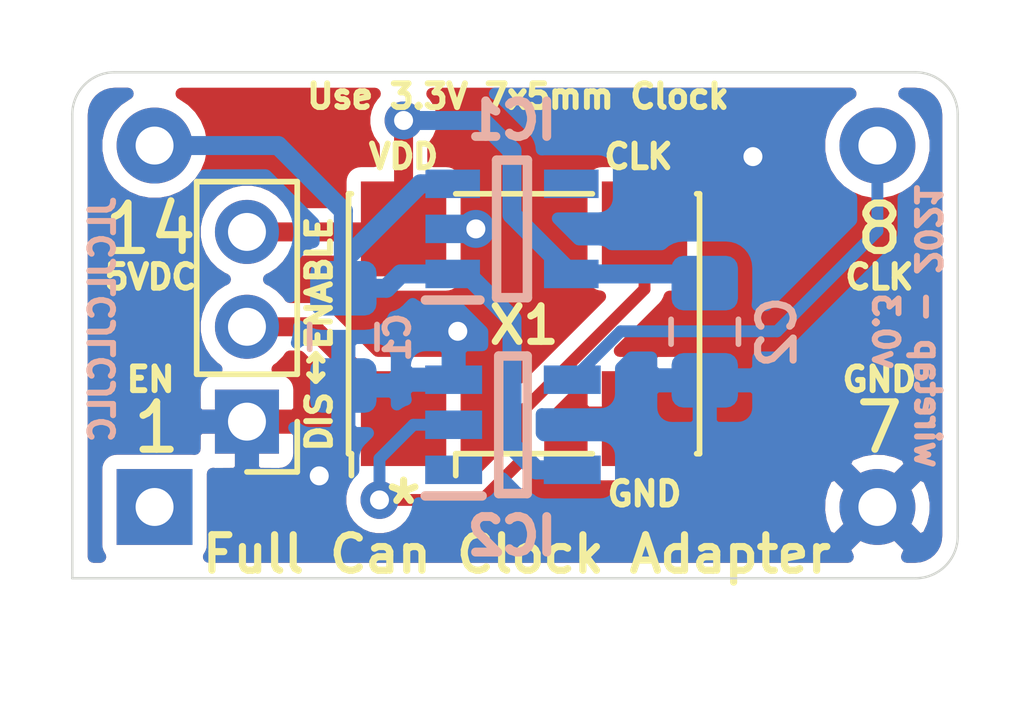
<source format=kicad_pcb>
(kicad_pcb (version 20171130) (host pcbnew "(5.1.6)-1")

  (general
    (thickness 1.6)
    (drawings 27)
    (tracks 45)
    (zones 0)
    (modules 7)
    (nets 10)
  )

  (page A4)
  (layers
    (0 F.Cu signal)
    (31 B.Cu signal)
    (32 B.Adhes user)
    (33 F.Adhes user)
    (34 B.Paste user)
    (35 F.Paste user)
    (36 B.SilkS user)
    (37 F.SilkS user)
    (38 B.Mask user)
    (39 F.Mask user)
    (40 Dwgs.User user)
    (41 Cmts.User user)
    (42 Eco1.User user)
    (43 Eco2.User user)
    (44 Edge.Cuts user)
    (45 Margin user)
    (46 B.CrtYd user)
    (47 F.CrtYd user)
    (48 B.Fab user)
    (49 F.Fab user)
  )

  (setup
    (last_trace_width 0.4)
    (user_trace_width 0.4)
    (trace_clearance 0.2)
    (zone_clearance 0.508)
    (zone_45_only no)
    (trace_min 0.2)
    (via_size 0.8)
    (via_drill 0.4)
    (via_min_size 0.4)
    (via_min_drill 0.3)
    (uvia_size 0.3)
    (uvia_drill 0.1)
    (uvias_allowed no)
    (uvia_min_size 0.2)
    (uvia_min_drill 0.1)
    (edge_width 0.05)
    (segment_width 0.2)
    (pcb_text_width 0.3)
    (pcb_text_size 1.5 1.5)
    (mod_edge_width 0.12)
    (mod_text_size 1 1)
    (mod_text_width 0.15)
    (pad_size 1.524 1.524)
    (pad_drill 0.762)
    (pad_to_mask_clearance 0.05)
    (aux_axis_origin 0 0)
    (visible_elements 7FFFFFFF)
    (pcbplotparams
      (layerselection 0x010fc_ffffffff)
      (usegerberextensions false)
      (usegerberattributes true)
      (usegerberadvancedattributes true)
      (creategerberjobfile true)
      (excludeedgelayer true)
      (linewidth 0.100000)
      (plotframeref false)
      (viasonmask false)
      (mode 1)
      (useauxorigin false)
      (hpglpennumber 1)
      (hpglpenspeed 20)
      (hpglpendiameter 15.000000)
      (psnegative false)
      (psa4output false)
      (plotreference true)
      (plotvalue true)
      (plotinvisibletext false)
      (padsonsilk false)
      (subtractmaskfromsilk false)
      (outputformat 1)
      (mirror false)
      (drillshape 0)
      (scaleselection 1)
      (outputdirectory "//192.168.1.100/Personal/Charlie/~Retro/~PCB's and Kits/Full Can Clock to SMD/full-can-to-smd/gerbers/"))
  )

  (net 0 "")
  (net 1 /5VDC)
  (net 2 GND)
  (net 3 /3.3VDC)
  (net 4 /EN)
  (net 5 "Net-(IC1-Pad4)")
  (net 6 "Net-(IC2-Pad1)")
  (net 7 /3VCLK)
  (net 8 /5VCLK)
  (net 9 "Net-(J1-Pad2)")

  (net_class Default "This is the default net class."
    (clearance 0.2)
    (trace_width 0.25)
    (via_dia 0.8)
    (via_drill 0.4)
    (uvia_dia 0.3)
    (uvia_drill 0.1)
    (add_net /3.3VDC)
    (add_net /3VCLK)
    (add_net /5VCLK)
    (add_net /5VDC)
    (add_net /EN)
    (add_net GND)
    (add_net "Net-(IC1-Pad4)")
    (add_net "Net-(IC2-Pad1)")
    (add_net "Net-(J1-Pad2)")
  )

  (module Oscillator:Oscillator_DIP-14 (layer F.Cu) (tedit 61238987) (tstamp 610AD01C)
    (at 142.197001 81.936001)
    (descr "Oscillator, DIP14, http://cdn-reichelt.de/documents/datenblatt/B400/OSZI.pdf")
    (tags oscillator)
    (path /610A8CF9)
    (fp_text reference X0 (at 7.62 -11.26) (layer F.SilkS) hide
      (effects (font (size 1 1) (thickness 0.15)))
    )
    (fp_text value CXO_DIP14 (at 7.62 3.74) (layer F.Fab)
      (effects (font (size 1 1) (thickness 0.15)))
    )
    (fp_line (start 18.22 2.79) (end 18.22 -10.41) (layer F.CrtYd) (width 0.05))
    (fp_line (start 18.22 -10.41) (end -2.98 -10.41) (layer F.CrtYd) (width 0.05))
    (fp_line (start -2.98 -10.41) (end -2.98 2.79) (layer F.CrtYd) (width 0.05))
    (fp_line (start -2.98 2.79) (end 18.22 2.79) (layer F.CrtYd) (width 0.05))
    (fp_line (start 16.97 1.19) (end 16.97 -8.81) (layer F.Fab) (width 0.1))
    (fp_line (start -1.38 -9.16) (end 16.62 -9.16) (layer F.Fab) (width 0.1))
    (fp_line (start -1.73 1.54) (end -1.73 -8.81) (layer F.Fab) (width 0.1))
    (fp_line (start -1.73 1.54) (end 16.62 1.54) (layer F.Fab) (width 0.1))
    (fp_line (start -2.73 2.54) (end 17.32 2.54) (layer F.Fab) (width 0.1))
    (fp_line (start 17.97 -9.51) (end 17.97 1.89) (layer F.Fab) (width 0.1))
    (fp_line (start -2.08 -10.16) (end 17.32 -10.16) (layer F.Fab) (width 0.1))
    (fp_line (start -2.73 2.54) (end -2.73 -9.51) (layer F.Fab) (width 0.1))
    (fp_text user %R (at 7.62 -3.81) (layer F.Fab)
      (effects (font (size 1 1) (thickness 0.15)))
    )
    (fp_arc (start 16.62 1.19) (end 16.97 1.19) (angle 90) (layer F.Fab) (width 0.1))
    (fp_arc (start 16.62 -8.81) (end 16.62 -9.16) (angle 90) (layer F.Fab) (width 0.1))
    (fp_arc (start -1.38 -8.81) (end -1.73 -8.81) (angle 90) (layer F.Fab) (width 0.1))
    (fp_arc (start 17.32 1.89) (end 17.97 1.89) (angle 90) (layer F.Fab) (width 0.1))
    (fp_arc (start 17.32 -9.51) (end 17.32 -10.16) (angle 90) (layer F.Fab) (width 0.1))
    (fp_arc (start -2.08 -9.51) (end -2.73 -9.51) (angle 90) (layer F.Fab) (width 0.1))
    (pad 1 thru_hole rect (at 0 0) (size 1.6 1.6) (drill 0.8) (layers *.Cu *.Mask)
      (net 4 /EN))
    (pad 14 thru_hole circle (at 0 -7.62) (size 1.6 1.6) (drill 0.8) (layers *.Cu *.Mask)
      (net 1 /5VDC))
    (pad 8 thru_hole circle (at 15.24 -7.62) (size 1.6 1.6) (drill 0.8) (layers *.Cu *.Mask)
      (net 8 /5VCLK))
    (pad 7 thru_hole circle (at 15.24 0) (size 1.6 1.6) (drill 0.8) (layers *.Cu *.Mask)
      (net 2 GND))
  )

  (module Capacitor_SMD:C_0805_2012Metric_Pad1.15x1.40mm_HandSolder (layer B.Cu) (tedit 5B36C52B) (tstamp 610ACFD2)
    (at 146.177 78.35 270)
    (descr "Capacitor SMD 0805 (2012 Metric), square (rectangular) end terminal, IPC_7351 nominal with elongated pad for handsoldering. (Body size source: https://docs.google.com/spreadsheets/d/1BsfQQcO9C6DZCsRaXUlFlo91Tg2WpOkGARC1WS5S8t0/edit?usp=sharing), generated with kicad-footprint-generator")
    (tags "capacitor handsolder")
    (path /610B68CA)
    (attr smd)
    (fp_text reference C1 (at 0.009 -1.143 270) (layer B.SilkS)
      (effects (font (size 0.5 0.5) (thickness 0.125)) (justify mirror))
    )
    (fp_text value 1uF (at 0 -1.65 270) (layer B.Fab)
      (effects (font (size 1 1) (thickness 0.15)) (justify mirror))
    )
    (fp_line (start -1 -0.6) (end -1 0.6) (layer B.Fab) (width 0.1))
    (fp_line (start -1 0.6) (end 1 0.6) (layer B.Fab) (width 0.1))
    (fp_line (start 1 0.6) (end 1 -0.6) (layer B.Fab) (width 0.1))
    (fp_line (start 1 -0.6) (end -1 -0.6) (layer B.Fab) (width 0.1))
    (fp_line (start -0.261252 0.71) (end 0.261252 0.71) (layer B.SilkS) (width 0.12))
    (fp_line (start -0.261252 -0.71) (end 0.261252 -0.71) (layer B.SilkS) (width 0.12))
    (fp_line (start -1.85 -0.95) (end -1.85 0.95) (layer B.CrtYd) (width 0.05))
    (fp_line (start -1.85 0.95) (end 1.85 0.95) (layer B.CrtYd) (width 0.05))
    (fp_line (start 1.85 0.95) (end 1.85 -0.95) (layer B.CrtYd) (width 0.05))
    (fp_line (start 1.85 -0.95) (end -1.85 -0.95) (layer B.CrtYd) (width 0.05))
    (fp_text user %R (at 0 0 270) (layer B.Fab)
      (effects (font (size 0.5 0.5) (thickness 0.08)) (justify mirror))
    )
    (pad 1 smd roundrect (at -1.025 0 270) (size 1.15 1.4) (layers B.Cu B.Paste B.Mask) (roundrect_rratio 0.217391)
      (net 1 /5VDC))
    (pad 2 smd roundrect (at 1.025 0 270) (size 1.15 1.4) (layers B.Cu B.Paste B.Mask) (roundrect_rratio 0.217391)
      (net 2 GND))
    (model ${KISYS3DMOD}/Capacitor_SMD.3dshapes/C_0805_2012Metric.wrl
      (at (xyz 0 0 0))
      (scale (xyz 1 1 1))
      (rotate (xyz 0 0 0))
    )
  )

  (module Capacitor_SMD:C_0805_2012Metric_Pad1.15x1.40mm_HandSolder (layer B.Cu) (tedit 5B36C52B) (tstamp 610ACFE3)
    (at 153.797 78.241 270)
    (descr "Capacitor SMD 0805 (2012 Metric), square (rectangular) end terminal, IPC_7351 nominal with elongated pad for handsoldering. (Body size source: https://docs.google.com/spreadsheets/d/1BsfQQcO9C6DZCsRaXUlFlo91Tg2WpOkGARC1WS5S8t0/edit?usp=sharing), generated with kicad-footprint-generator")
    (tags "capacitor handsolder")
    (path /610B6FD3)
    (attr smd)
    (fp_text reference C2 (at 0.009 -1.524 270) (layer B.SilkS)
      (effects (font (size 0.75 0.75) (thickness 0.15)) (justify mirror))
    )
    (fp_text value 1uF (at 0 -1.65 270) (layer B.Fab)
      (effects (font (size 1 1) (thickness 0.15)) (justify mirror))
    )
    (fp_line (start 1.85 -0.95) (end -1.85 -0.95) (layer B.CrtYd) (width 0.05))
    (fp_line (start 1.85 0.95) (end 1.85 -0.95) (layer B.CrtYd) (width 0.05))
    (fp_line (start -1.85 0.95) (end 1.85 0.95) (layer B.CrtYd) (width 0.05))
    (fp_line (start -1.85 -0.95) (end -1.85 0.95) (layer B.CrtYd) (width 0.05))
    (fp_line (start -0.261252 -0.71) (end 0.261252 -0.71) (layer B.SilkS) (width 0.12))
    (fp_line (start -0.261252 0.71) (end 0.261252 0.71) (layer B.SilkS) (width 0.12))
    (fp_line (start 1 -0.6) (end -1 -0.6) (layer B.Fab) (width 0.1))
    (fp_line (start 1 0.6) (end 1 -0.6) (layer B.Fab) (width 0.1))
    (fp_line (start -1 0.6) (end 1 0.6) (layer B.Fab) (width 0.1))
    (fp_line (start -1 -0.6) (end -1 0.6) (layer B.Fab) (width 0.1))
    (fp_text user %R (at 0 0 270) (layer B.Fab)
      (effects (font (size 0.5 0.5) (thickness 0.08)) (justify mirror))
    )
    (pad 2 smd roundrect (at 1.025 0 270) (size 1.15 1.4) (layers B.Cu B.Paste B.Mask) (roundrect_rratio 0.217391)
      (net 2 GND))
    (pad 1 smd roundrect (at -1.025 0 270) (size 1.15 1.4) (layers B.Cu B.Paste B.Mask) (roundrect_rratio 0.217391)
      (net 3 /3.3VDC))
    (model ${KISYS3DMOD}/Capacitor_SMD.3dshapes/C_0805_2012Metric.wrl
      (at (xyz 0 0 0))
      (scale (xyz 1 1 1))
      (rotate (xyz 0 0 0))
    )
  )

  (module Oscillator:Oscillator_SMD_Abracon_ASV-4Pin_7.0x5.1mm (layer F.Cu) (tedit 58CD3344) (tstamp 610AD040)
    (at 149.987 78.073)
    (descr "Miniature Crystal Clock Oscillator Abracon ASV series, http://www.abracon.com/Oscillators/ASV.pdf, 7.0x5.1mm^2 package")
    (tags "SMD SMT crystal oscillator")
    (path /610AC7B7)
    (attr smd)
    (fp_text reference X1 (at 0 0.032) (layer F.SilkS)
      (effects (font (size 0.75 0.75) (thickness 0.15)))
    )
    (fp_text value ASCO (at 0 4) (layer F.Fab)
      (effects (font (size 1 1) (thickness 0.15)))
    )
    (fp_line (start -3.4 -2.54) (end 3.4 -2.54) (layer F.Fab) (width 0.1))
    (fp_line (start 3.4 -2.54) (end 3.5 -2.44) (layer F.Fab) (width 0.1))
    (fp_line (start 3.5 -2.44) (end 3.5 2.44) (layer F.Fab) (width 0.1))
    (fp_line (start 3.5 2.44) (end 3.4 2.54) (layer F.Fab) (width 0.1))
    (fp_line (start 3.4 2.54) (end -3.4 2.54) (layer F.Fab) (width 0.1))
    (fp_line (start -3.4 2.54) (end -3.5 2.44) (layer F.Fab) (width 0.1))
    (fp_line (start -3.5 2.44) (end -3.5 -2.44) (layer F.Fab) (width 0.1))
    (fp_line (start -3.5 -2.44) (end -3.4 -2.54) (layer F.Fab) (width 0.1))
    (fp_line (start -3.5 1.54) (end -2.5 2.54) (layer F.Fab) (width 0.1))
    (fp_line (start 3.64 -2.74) (end 3.7 -2.74) (layer F.SilkS) (width 0.12))
    (fp_line (start 3.7 -2.74) (end 3.7 2.74) (layer F.SilkS) (width 0.12))
    (fp_line (start 3.7 2.74) (end 3.64 2.74) (layer F.SilkS) (width 0.12))
    (fp_line (start -1.44 -2.74) (end 1.44 -2.74) (layer F.SilkS) (width 0.12))
    (fp_line (start -3.64 3.2) (end -3.64 2.74) (layer F.SilkS) (width 0.12))
    (fp_line (start -3.64 2.74) (end -3.7 2.74) (layer F.SilkS) (width 0.12))
    (fp_line (start -3.7 2.74) (end -3.7 -2.74) (layer F.SilkS) (width 0.12))
    (fp_line (start -3.7 -2.74) (end -3.64 -2.74) (layer F.SilkS) (width 0.12))
    (fp_line (start 1.44 2.74) (end -1.44 2.74) (layer F.SilkS) (width 0.12))
    (fp_line (start -1.44 2.74) (end -1.44 3.2) (layer F.SilkS) (width 0.12))
    (fp_line (start -3.8 -3.3) (end -3.8 3.3) (layer F.CrtYd) (width 0.05))
    (fp_line (start -3.8 3.3) (end 3.8 3.3) (layer F.CrtYd) (width 0.05))
    (fp_line (start 3.8 3.3) (end 3.8 -3.3) (layer F.CrtYd) (width 0.05))
    (fp_line (start 3.8 -3.3) (end -3.8 -3.3) (layer F.CrtYd) (width 0.05))
    (fp_circle (center 0 0) (end 1 0) (layer F.Adhes) (width 0.1))
    (fp_circle (center 0 0) (end 0.833333 0) (layer F.Adhes) (width 0.333333))
    (fp_circle (center 0 0) (end 0.533333 0) (layer F.Adhes) (width 0.333333))
    (fp_circle (center 0 0) (end 0.233333 0) (layer F.Adhes) (width 0.466667))
    (fp_text user %R (at 0 0) (layer F.Fab)
      (effects (font (size 1 1) (thickness 0.15)))
    )
    (pad 1 smd rect (at -2.54 2) (size 1.8 2) (layers F.Cu F.Paste F.Mask)
      (net 9 "Net-(J1-Pad2)"))
    (pad 2 smd rect (at 2.54 2) (size 1.8 2) (layers F.Cu F.Paste F.Mask)
      (net 2 GND))
    (pad 3 smd rect (at 2.54 -2) (size 1.8 2) (layers F.Cu F.Paste F.Mask)
      (net 7 /3VCLK))
    (pad 4 smd rect (at -2.54 -2) (size 1.8 2) (layers F.Cu F.Paste F.Mask)
      (net 3 /3.3VDC))
    (model ${KISYS3DMOD}/Oscillator.3dshapes/Oscillator_SMD_Abracon_ASV-4Pin_7.0x5.1mm.wrl
      (at (xyz 0 0 0))
      (scale (xyz 1 1 1))
      (rotate (xyz 0 0 0))
    )
  )

  (module SOT95P280X100-5N (layer B.Cu) (tedit 0) (tstamp 610AD5F5)
    (at 149.733 76.073)
    (descr "5 Lead Plastic TSOT")
    (tags "Integrated Circuit")
    (path /610CC7CC)
    (attr smd)
    (fp_text reference IC1 (at 0 -2.286) (layer B.SilkS)
      (effects (font (size 0.75 0.75) (thickness 0.1875)) (justify mirror))
    )
    (fp_text value ADP1710AUJZ-3.3-R7 (at 0 0) (layer B.SilkS) hide
      (effects (font (size 1.27 1.27) (thickness 0.254)) (justify mirror))
    )
    (fp_line (start -1.825 1.5) (end -0.675 1.5) (layer B.SilkS) (width 0.2))
    (fp_line (start -0.325 -1.45) (end -0.325 1.45) (layer B.SilkS) (width 0.2))
    (fp_line (start 0.325 -1.45) (end -0.325 -1.45) (layer B.SilkS) (width 0.2))
    (fp_line (start 0.325 1.45) (end 0.325 -1.45) (layer B.SilkS) (width 0.2))
    (fp_line (start -0.325 1.45) (end 0.325 1.45) (layer B.SilkS) (width 0.2))
    (fp_line (start -0.8 0.5) (end 0.15 1.45) (layer B.Fab) (width 0.1))
    (fp_line (start -0.8 -1.45) (end -0.8 1.45) (layer B.Fab) (width 0.1))
    (fp_line (start 0.8 -1.45) (end -0.8 -1.45) (layer B.Fab) (width 0.1))
    (fp_line (start 0.8 1.45) (end 0.8 -1.45) (layer B.Fab) (width 0.1))
    (fp_line (start -0.8 1.45) (end 0.8 1.45) (layer B.Fab) (width 0.1))
    (fp_line (start -2.075 -1.7) (end -2.075 1.7) (layer B.CrtYd) (width 0.05))
    (fp_line (start 2.075 -1.7) (end -2.075 -1.7) (layer B.CrtYd) (width 0.05))
    (fp_line (start 2.075 1.7) (end 2.075 -1.7) (layer B.CrtYd) (width 0.05))
    (fp_line (start -2.075 1.7) (end 2.075 1.7) (layer B.CrtYd) (width 0.05))
    (fp_text user %R (at 0 0) (layer B.Fab)
      (effects (font (size 1.27 1.27) (thickness 0.254)) (justify mirror))
    )
    (pad 1 smd rect (at -1.25 0.95 270) (size 0.6 1.15) (layers B.Cu B.Paste B.Mask)
      (net 1 /5VDC))
    (pad 2 smd rect (at -1.25 0 270) (size 0.6 1.15) (layers B.Cu B.Paste B.Mask)
      (net 2 GND))
    (pad 3 smd rect (at -1.25 -0.95 270) (size 0.6 1.15) (layers B.Cu B.Paste B.Mask)
      (net 1 /5VDC))
    (pad 4 smd rect (at 1.25 -0.95 270) (size 0.6 1.15) (layers B.Cu B.Paste B.Mask)
      (net 5 "Net-(IC1-Pad4)"))
    (pad 5 smd rect (at 1.25 0.95 270) (size 0.6 1.15) (layers B.Cu B.Paste B.Mask)
      (net 3 /3.3VDC))
    (model "C:\\Users\\wiretap\\Downloads\\Kicad Library Downloads\\SamacSys_Parts.3dshapes\\ADP1710AUJZ-3.3-R7.stp"
      (at (xyz 0 0 0))
      (scale (xyz 1 1 1))
      (rotate (xyz 0 0 0))
    )
  )

  (module SOT95P280X145-5N (layer B.Cu) (tedit 0) (tstamp 610AD60D)
    (at 149.753 80.203)
    (descr SN74LV1T34DBVRG4-1)
    (tags "Integrated Circuit")
    (path /610BD107)
    (attr smd)
    (fp_text reference IC2 (at -0.02 2.347) (layer B.SilkS)
      (effects (font (size 0.75 0.75) (thickness 0.1875)) (justify mirror))
    )
    (fp_text value SN74LV1T34DBVRG4 (at 0 0) (layer B.SilkS) hide
      (effects (font (size 1.27 1.27) (thickness 0.254)) (justify mirror))
    )
    (fp_line (start -1.85 1.5) (end -0.65 1.5) (layer B.SilkS) (width 0.2))
    (fp_line (start -0.3 -1.45) (end -0.3 1.45) (layer B.SilkS) (width 0.2))
    (fp_line (start 0.3 -1.45) (end -0.3 -1.45) (layer B.SilkS) (width 0.2))
    (fp_line (start 0.3 1.45) (end 0.3 -1.45) (layer B.SilkS) (width 0.2))
    (fp_line (start -0.3 1.45) (end 0.3 1.45) (layer B.SilkS) (width 0.2))
    (fp_line (start -0.8 0.5) (end 0.15 1.45) (layer B.Fab) (width 0.1))
    (fp_line (start -0.8 -1.45) (end -0.8 1.45) (layer B.Fab) (width 0.1))
    (fp_line (start 0.8 -1.45) (end -0.8 -1.45) (layer B.Fab) (width 0.1))
    (fp_line (start 0.8 1.45) (end 0.8 -1.45) (layer B.Fab) (width 0.1))
    (fp_line (start -0.8 1.45) (end 0.8 1.45) (layer B.Fab) (width 0.1))
    (fp_line (start -2.1 -1.775) (end -2.1 1.775) (layer B.CrtYd) (width 0.05))
    (fp_line (start 2.1 -1.775) (end -2.1 -1.775) (layer B.CrtYd) (width 0.05))
    (fp_line (start 2.1 1.775) (end 2.1 -1.775) (layer B.CrtYd) (width 0.05))
    (fp_line (start -2.1 1.775) (end 2.1 1.775) (layer B.CrtYd) (width 0.05))
    (fp_text user %R (at 0 0) (layer B.Fab)
      (effects (font (size 1.27 1.27) (thickness 0.254)) (justify mirror))
    )
    (pad 1 smd rect (at -1.25 0.95 270) (size 0.6 1.2) (layers B.Cu B.Paste B.Mask)
      (net 6 "Net-(IC2-Pad1)"))
    (pad 2 smd rect (at -1.25 0 270) (size 0.6 1.2) (layers B.Cu B.Paste B.Mask)
      (net 7 /3VCLK))
    (pad 3 smd rect (at -1.25 -0.95 270) (size 0.6 1.2) (layers B.Cu B.Paste B.Mask)
      (net 2 GND))
    (pad 4 smd rect (at 1.25 -0.95 270) (size 0.6 1.2) (layers B.Cu B.Paste B.Mask)
      (net 8 /5VCLK))
    (pad 5 smd rect (at 1.25 0.95 270) (size 0.6 1.2) (layers B.Cu B.Paste B.Mask)
      (net 1 /5VDC))
    (model "C:\\Users\\wiretap\\Downloads\\Kicad Library Downloads\\SamacSys_Parts.3dshapes\\SN74LV1T34DBVRG4.stp"
      (at (xyz 0 0 0))
      (scale (xyz 1 1 1))
      (rotate (xyz 0 0 0))
    )
  )

  (module Connector_PinHeader_2.00mm:PinHeader_1x03_P2.00mm_Vertical (layer F.Cu) (tedit 59FED667) (tstamp 61238808)
    (at 144.145 80.137 180)
    (descr "Through hole straight pin header, 1x03, 2.00mm pitch, single row")
    (tags "Through hole pin header THT 1x03 2.00mm single row")
    (path /6123B33B)
    (fp_text reference J1 (at 0 -2.06) (layer F.SilkS) hide
      (effects (font (size 1 1) (thickness 0.15)))
    )
    (fp_text value DISABLE (at 0 6.06) (layer F.Fab)
      (effects (font (size 1 1) (thickness 0.15)))
    )
    (fp_line (start 1.5 -1.5) (end -1.5 -1.5) (layer F.CrtYd) (width 0.05))
    (fp_line (start 1.5 5.5) (end 1.5 -1.5) (layer F.CrtYd) (width 0.05))
    (fp_line (start -1.5 5.5) (end 1.5 5.5) (layer F.CrtYd) (width 0.05))
    (fp_line (start -1.5 -1.5) (end -1.5 5.5) (layer F.CrtYd) (width 0.05))
    (fp_line (start -1.06 -1.06) (end 0 -1.06) (layer F.SilkS) (width 0.12))
    (fp_line (start -1.06 0) (end -1.06 -1.06) (layer F.SilkS) (width 0.12))
    (fp_line (start -1.06 1) (end 1.06 1) (layer F.SilkS) (width 0.12))
    (fp_line (start 1.06 1) (end 1.06 5.06) (layer F.SilkS) (width 0.12))
    (fp_line (start -1.06 1) (end -1.06 5.06) (layer F.SilkS) (width 0.12))
    (fp_line (start -1.06 5.06) (end 1.06 5.06) (layer F.SilkS) (width 0.12))
    (fp_line (start -1 -0.5) (end -0.5 -1) (layer F.Fab) (width 0.1))
    (fp_line (start -1 5) (end -1 -0.5) (layer F.Fab) (width 0.1))
    (fp_line (start 1 5) (end -1 5) (layer F.Fab) (width 0.1))
    (fp_line (start 1 -1) (end 1 5) (layer F.Fab) (width 0.1))
    (fp_line (start -0.5 -1) (end 1 -1) (layer F.Fab) (width 0.1))
    (fp_text user %R (at 0 2 90) (layer F.Fab)
      (effects (font (size 1 1) (thickness 0.15)))
    )
    (pad 1 thru_hole rect (at 0 0 180) (size 1.35 1.35) (drill 0.8) (layers *.Cu *.Mask)
      (net 2 GND))
    (pad 2 thru_hole oval (at 0 2 180) (size 1.35 1.35) (drill 0.8) (layers *.Cu *.Mask)
      (net 9 "Net-(J1-Pad2)"))
    (pad 3 thru_hole oval (at 0 4 180) (size 1.35 1.35) (drill 0.8) (layers *.Cu *.Mask)
      (net 3 /3.3VDC))
    (model ${KISYS3DMOD}/Connector_PinHeader_2.00mm.3dshapes/PinHeader_1x03_P2.00mm_Vertical.wrl
      (at (xyz 0 0 0))
      (scale (xyz 1 1 1))
      (rotate (xyz 0 0 0))
    )
  )

  (gr_text ↔ (at 145.542 78.994 90) (layer F.SilkS)
    (effects (font (size 0.75 0.75) (thickness 0.125)))
  )
  (gr_text DIS (at 145.669 80.137 90) (layer F.SilkS)
    (effects (font (size 0.5 0.5) (thickness 0.125)))
  )
  (gr_text ENABLE (at 145.669 77.216 90) (layer F.SilkS)
    (effects (font (size 0.5 0.5) (thickness 0.125)))
  )
  (gr_text JLCJLCJLCJLC (at 141.097 77.978 90) (layer B.SilkS)
    (effects (font (size 0.5 0.5) (thickness 0.125)) (justify mirror))
  )
  (gr_text v0.3 (at 157.607 78.232 270) (layer B.SilkS)
    (effects (font (size 0.5 0.5) (thickness 0.125)) (justify mirror))
  )
  (gr_text "wiretap - 2021" (at 158.496 78.105 270) (layer B.SilkS)
    (effects (font (size 0.5 0.5) (thickness 0.125)) (justify mirror))
  )
  (gr_text EN (at 142.113 79.248) (layer F.SilkS)
    (effects (font (size 0.5 0.5) (thickness 0.125)))
  )
  (gr_text GND (at 157.48 79.248) (layer F.SilkS)
    (effects (font (size 0.5 0.5) (thickness 0.125)))
  )
  (gr_text CLK (at 157.48 77.089) (layer F.SilkS)
    (effects (font (size 0.5 0.5) (thickness 0.125)))
  )
  (gr_text 5VDC (at 142.113 77.089) (layer F.SilkS)
    (effects (font (size 0.5 0.5) (thickness 0.125)))
  )
  (gr_text "Use 3.3V 7x5mm Clock" (at 149.86 73.279) (layer F.SilkS)
    (effects (font (size 0.5 0.5) (thickness 0.125)))
  )
  (gr_text GND (at 152.527 81.661) (layer F.SilkS)
    (effects (font (size 0.5 0.5) (thickness 0.125)))
  )
  (gr_text CLK (at 152.4 74.549) (layer F.SilkS)
    (effects (font (size 0.5 0.5) (thickness 0.125)))
  )
  (gr_text VDD (at 147.447 74.549) (layer F.SilkS)
    (effects (font (size 0.5 0.5) (thickness 0.125)))
  )
  (gr_text 7 (at 157.48 80.264) (layer F.SilkS)
    (effects (font (size 1 1) (thickness 0.15)))
  )
  (gr_text 8 (at 157.48 76.073) (layer F.SilkS)
    (effects (font (size 1 1) (thickness 0.15)))
  )
  (gr_text 14 (at 142.113 76.073) (layer F.SilkS)
    (effects (font (size 1 1) (thickness 0.15)))
  )
  (gr_text 1 (at 142.24 80.264) (layer F.SilkS)
    (effects (font (size 1 1) (thickness 0.15)))
  )
  (gr_text * (at 147.447 81.915) (layer F.SilkS)
    (effects (font (size 1 1) (thickness 0.15)))
  )
  (gr_text "Full Can Clock Adapter" (at 143.129 82.931) (layer F.SilkS)
    (effects (font (size 0.75 0.75) (thickness 0.15)) (justify left))
  )
  (gr_line (start 140.462 83.439) (end 140.462 73.66) (layer Edge.Cuts) (width 0.05) (tstamp 610ADE7D))
  (gr_line (start 158.242 83.439) (end 140.462 83.439) (layer Edge.Cuts) (width 0.05))
  (gr_line (start 159.131 73.66) (end 159.131 82.55) (layer Edge.Cuts) (width 0.05) (tstamp 610ADE7C))
  (gr_line (start 141.351 72.771) (end 158.242 72.771) (layer Edge.Cuts) (width 0.05) (tstamp 610ADE7B))
  (gr_arc (start 141.351 73.66) (end 141.351 72.771) (angle -90) (layer Edge.Cuts) (width 0.05) (tstamp 610ADE76))
  (gr_arc (start 158.242 73.66) (end 159.131 73.66) (angle -90) (layer Edge.Cuts) (width 0.05) (tstamp 610ADE73))
  (gr_arc (start 158.242 82.55) (end 158.242 83.439) (angle -90) (layer Edge.Cuts) (width 0.05))

  (segment (start 148.483 77.023) (end 148.778 77.023) (width 0.4) (layer B.Cu) (net 1))
  (segment (start 148.778 77.023) (end 149.733 77.978) (width 0.4) (layer B.Cu) (net 1))
  (segment (start 149.733 77.978) (end 149.733 80.645) (width 0.4) (layer B.Cu) (net 1))
  (segment (start 150.241 81.153) (end 151.003 81.153) (width 0.4) (layer B.Cu) (net 1))
  (segment (start 149.733 80.645) (end 150.241 81.153) (width 0.4) (layer B.Cu) (net 1))
  (segment (start 147.804 75.123) (end 148.483 75.123) (width 0.4) (layer B.Cu) (net 1))
  (segment (start 146.177 76.75) (end 147.804 75.123) (width 0.4) (layer B.Cu) (net 1))
  (segment (start 146.177 77.325) (end 146.177 76.75) (width 0.4) (layer B.Cu) (net 1))
  (segment (start 146.177 77.325) (end 147.084 77.325) (width 0.4) (layer B.Cu) (net 1))
  (segment (start 147.386 77.023) (end 148.483 77.023) (width 0.4) (layer B.Cu) (net 1))
  (segment (start 147.084 77.325) (end 147.386 77.023) (width 0.4) (layer B.Cu) (net 1))
  (segment (start 142.197001 74.316001) (end 144.801001 74.316001) (width 0.4) (layer B.Cu) (net 1))
  (segment (start 146.177 75.692) (end 146.177 77.325) (width 0.4) (layer B.Cu) (net 1))
  (segment (start 144.801001 74.316001) (end 146.177 75.692) (width 0.4) (layer B.Cu) (net 1))
  (via (at 148.971 76.073) (size 0.8) (drill 0.4) (layers F.Cu B.Cu) (net 2))
  (via (at 148.59 78.232) (size 0.8) (drill 0.4) (layers F.Cu B.Cu) (net 2))
  (via (at 145.669 81.28) (size 0.8) (drill 0.4) (layers F.Cu B.Cu) (net 2))
  (via (at 154.813 74.549) (size 0.8) (drill 0.4) (layers F.Cu B.Cu) (net 2))
  (segment (start 153.604 77.023) (end 153.797 77.216) (width 0.4) (layer B.Cu) (net 3))
  (segment (start 150.983 77.023) (end 153.604 77.023) (width 0.4) (layer B.Cu) (net 3))
  (segment (start 150.983 77.023) (end 149.733 75.773) (width 0.4) (layer B.Cu) (net 3))
  (segment (start 149.733 75.773) (end 149.733 74.422) (width 0.4) (layer B.Cu) (net 3))
  (segment (start 149.733 74.422) (end 149.098 73.787) (width 0.4) (layer B.Cu) (net 3))
  (segment (start 149.098 73.787) (end 147.447 73.787) (width 0.4) (layer B.Cu) (net 3))
  (segment (start 147.447 73.787) (end 147.447 73.787) (width 0.25) (layer B.Cu) (net 3) (tstamp 610ADC8F))
  (via (at 147.447 73.787) (size 0.8) (drill 0.4) (layers F.Cu B.Cu) (net 3))
  (segment (start 147.447 73.787) (end 147.447 76.073) (width 0.4) (layer F.Cu) (net 3))
  (segment (start 147.383 76.137) (end 147.447 76.073) (width 0.4) (layer F.Cu) (net 3))
  (segment (start 144.145 76.137) (end 147.383 76.137) (width 0.4) (layer F.Cu) (net 3))
  (segment (start 147.653 80.203) (end 146.939 80.917) (width 0.25) (layer B.Cu) (net 7))
  (segment (start 148.503 80.203) (end 147.653 80.203) (width 0.25) (layer B.Cu) (net 7))
  (segment (start 146.939 80.917) (end 146.939 81.788) (width 0.25) (layer B.Cu) (net 7))
  (segment (start 146.939 81.788) (end 146.939 81.788) (width 0.25) (layer B.Cu) (net 7) (tstamp 610ADA31))
  (via (at 146.939 81.788) (size 0.8) (drill 0.4) (layers F.Cu B.Cu) (net 7))
  (segment (start 149.098 81.788) (end 146.939 81.788) (width 0.25) (layer F.Cu) (net 7))
  (segment (start 149.987 80.899) (end 149.098 81.788) (width 0.25) (layer F.Cu) (net 7))
  (segment (start 149.987 79.883) (end 149.987 80.899) (width 0.25) (layer F.Cu) (net 7))
  (segment (start 152.527 76.073) (end 152.527 77.343) (width 0.25) (layer F.Cu) (net 7))
  (segment (start 152.527 77.343) (end 149.987 79.883) (width 0.25) (layer F.Cu) (net 7))
  (segment (start 157.437001 76.115999) (end 157.437001 74.316001) (width 0.25) (layer B.Cu) (net 8))
  (segment (start 155.321 78.232) (end 157.437001 76.115999) (width 0.25) (layer B.Cu) (net 8))
  (segment (start 151.003 79.253) (end 152.024 78.232) (width 0.25) (layer B.Cu) (net 8))
  (segment (start 152.024 78.232) (end 155.321 78.232) (width 0.25) (layer B.Cu) (net 8))
  (segment (start 145.511 78.137) (end 147.447 80.073) (width 0.4) (layer F.Cu) (net 9))
  (segment (start 144.145 78.137) (end 145.511 78.137) (width 0.4) (layer F.Cu) (net 9))

  (zone (net 2) (net_name GND) (layer F.Cu) (tstamp 0) (hatch edge 0.508)
    (connect_pads (clearance 0.3))
    (min_thickness 0.254)
    (fill yes (arc_segments 32) (thermal_gap 0.3) (thermal_bridge_width 0.508))
    (polygon
      (pts
        (xy 160.528 84.836) (xy 138.938 84.836) (xy 138.938 71.247) (xy 160.528 71.247)
      )
    )
    (filled_polygon
      (pts
        (xy 141.615799 73.228648) (xy 141.414834 73.362928) (xy 141.243928 73.533834) (xy 141.109648 73.734799) (xy 141.017154 73.958098)
        (xy 140.970001 74.195152) (xy 140.970001 74.43685) (xy 141.017154 74.673904) (xy 141.109648 74.897203) (xy 141.243928 75.098168)
        (xy 141.414834 75.269074) (xy 141.615799 75.403354) (xy 141.839098 75.495848) (xy 142.076152 75.543001) (xy 142.31785 75.543001)
        (xy 142.554904 75.495848) (xy 142.778203 75.403354) (xy 142.979168 75.269074) (xy 143.150074 75.098168) (xy 143.284354 74.897203)
        (xy 143.376848 74.673904) (xy 143.424001 74.43685) (xy 143.424001 74.195152) (xy 143.376848 73.958098) (xy 143.284354 73.734799)
        (xy 143.150074 73.533834) (xy 142.979168 73.362928) (xy 142.778203 73.228648) (xy 142.764568 73.223) (xy 146.841447 73.223)
        (xy 146.804628 73.259819) (xy 146.714123 73.395269) (xy 146.651782 73.545773) (xy 146.62 73.705548) (xy 146.62 73.868452)
        (xy 146.651782 74.028227) (xy 146.714123 74.178731) (xy 146.804628 74.314181) (xy 146.82 74.329553) (xy 146.82 74.643934)
        (xy 146.547 74.643934) (xy 146.463293 74.652178) (xy 146.382804 74.676595) (xy 146.308624 74.716245) (xy 146.243605 74.769605)
        (xy 146.190245 74.834624) (xy 146.150595 74.908804) (xy 146.126178 74.989293) (xy 146.117934 75.073) (xy 146.117934 75.51)
        (xy 145.051416 75.51) (xy 145.000979 75.434516) (xy 144.847484 75.281021) (xy 144.666993 75.16042) (xy 144.466442 75.077349)
        (xy 144.253538 75.035) (xy 144.036462 75.035) (xy 143.823558 75.077349) (xy 143.623007 75.16042) (xy 143.442516 75.281021)
        (xy 143.289021 75.434516) (xy 143.16842 75.615007) (xy 143.085349 75.815558) (xy 143.043 76.028462) (xy 143.043 76.245538)
        (xy 143.085349 76.458442) (xy 143.16842 76.658993) (xy 143.289021 76.839484) (xy 143.442516 76.992979) (xy 143.623007 77.11358)
        (xy 143.679548 77.137) (xy 143.623007 77.16042) (xy 143.442516 77.281021) (xy 143.289021 77.434516) (xy 143.16842 77.615007)
        (xy 143.085349 77.815558) (xy 143.043 78.028462) (xy 143.043 78.245538) (xy 143.085349 78.458442) (xy 143.16842 78.658993)
        (xy 143.289021 78.839484) (xy 143.442516 78.992979) (xy 143.502541 79.033086) (xy 143.47 79.032934) (xy 143.386293 79.041178)
        (xy 143.305804 79.065595) (xy 143.231624 79.105245) (xy 143.166605 79.158605) (xy 143.113245 79.223624) (xy 143.073595 79.297804)
        (xy 143.049178 79.378293) (xy 143.040934 79.462) (xy 143.043 79.90325) (xy 143.14975 80.01) (xy 144.018 80.01)
        (xy 144.018 79.99) (xy 144.272 79.99) (xy 144.272 80.01) (xy 145.14025 80.01) (xy 145.247 79.90325)
        (xy 145.249066 79.462) (xy 145.240822 79.378293) (xy 145.216405 79.297804) (xy 145.176755 79.223624) (xy 145.123395 79.158605)
        (xy 145.058376 79.105245) (xy 144.984196 79.065595) (xy 144.903707 79.041178) (xy 144.82 79.032934) (xy 144.787459 79.033086)
        (xy 144.847484 78.992979) (xy 145.000979 78.839484) (xy 145.051416 78.764) (xy 145.251289 78.764) (xy 146.117934 79.630646)
        (xy 146.117934 81.073) (xy 146.126178 81.156707) (xy 146.150595 81.237196) (xy 146.190245 81.311376) (xy 146.230264 81.360139)
        (xy 146.206123 81.396269) (xy 146.143782 81.546773) (xy 146.112 81.706548) (xy 146.112 81.869452) (xy 146.143782 82.029227)
        (xy 146.206123 82.179731) (xy 146.296628 82.315181) (xy 146.411819 82.430372) (xy 146.547269 82.520877) (xy 146.697773 82.583218)
        (xy 146.857548 82.615) (xy 147.020452 82.615) (xy 147.180227 82.583218) (xy 147.330731 82.520877) (xy 147.466181 82.430372)
        (xy 147.556553 82.34) (xy 149.070894 82.34) (xy 149.098 82.34267) (xy 149.125106 82.34) (xy 149.125109 82.34)
        (xy 149.206211 82.332012) (xy 149.310263 82.300448) (xy 149.406158 82.249191) (xy 149.490211 82.180211) (xy 149.5075 82.159144)
        (xy 149.651888 82.014756) (xy 156.206582 82.014756) (xy 156.245589 82.253286) (xy 156.330381 82.479623) (xy 156.370191 82.554104)
        (xy 156.555944 82.637453) (xy 157.257396 81.936001) (xy 157.616606 81.936001) (xy 158.318058 82.637453) (xy 158.503811 82.554104)
        (xy 158.603898 82.334102) (xy 158.659142 82.098802) (xy 158.66742 81.857246) (xy 158.628413 81.618716) (xy 158.543621 81.392379)
        (xy 158.503811 81.317898) (xy 158.318058 81.234549) (xy 157.616606 81.936001) (xy 157.257396 81.936001) (xy 156.555944 81.234549)
        (xy 156.370191 81.317898) (xy 156.270104 81.5379) (xy 156.21486 81.7732) (xy 156.206582 82.014756) (xy 149.651888 82.014756)
        (xy 150.358154 81.308492) (xy 150.379211 81.291211) (xy 150.448191 81.207158) (xy 150.499448 81.111263) (xy 150.511055 81.073)
        (xy 151.197934 81.073) (xy 151.206178 81.156707) (xy 151.230595 81.237196) (xy 151.270245 81.311376) (xy 151.323605 81.376395)
        (xy 151.388624 81.429755) (xy 151.462804 81.469405) (xy 151.543293 81.493822) (xy 151.627 81.502066) (xy 152.29325 81.5)
        (xy 152.4 81.39325) (xy 152.4 80.2) (xy 152.654 80.2) (xy 152.654 81.39325) (xy 152.76075 81.5)
        (xy 153.427 81.502066) (xy 153.510707 81.493822) (xy 153.591196 81.469405) (xy 153.665376 81.429755) (xy 153.730395 81.376395)
        (xy 153.783755 81.311376) (xy 153.823405 81.237196) (xy 153.847822 81.156707) (xy 153.856066 81.073) (xy 153.856018 81.054944)
        (xy 156.735549 81.054944) (xy 157.437001 81.756396) (xy 158.138453 81.054944) (xy 158.055104 80.869191) (xy 157.835102 80.769104)
        (xy 157.599802 80.71386) (xy 157.358246 80.705582) (xy 157.119716 80.744589) (xy 156.893379 80.829381) (xy 156.818898 80.869191)
        (xy 156.735549 81.054944) (xy 153.856018 81.054944) (xy 153.854 80.30675) (xy 153.74725 80.2) (xy 152.654 80.2)
        (xy 152.4 80.2) (xy 151.30675 80.2) (xy 151.2 80.30675) (xy 151.197934 81.073) (xy 150.511055 81.073)
        (xy 150.531012 81.007211) (xy 150.539 80.926109) (xy 150.539 80.926106) (xy 150.54167 80.899) (xy 150.539 80.871894)
        (xy 150.539 80.111644) (xy 151.198955 79.45169) (xy 151.2 79.83925) (xy 151.30675 79.946) (xy 152.4 79.946)
        (xy 152.4 78.75275) (xy 152.654 78.75275) (xy 152.654 79.946) (xy 153.74725 79.946) (xy 153.854 79.83925)
        (xy 153.856066 79.073) (xy 153.847822 78.989293) (xy 153.823405 78.908804) (xy 153.783755 78.834624) (xy 153.730395 78.769605)
        (xy 153.665376 78.716245) (xy 153.591196 78.676595) (xy 153.510707 78.652178) (xy 153.427 78.643934) (xy 152.76075 78.646)
        (xy 152.654 78.75275) (xy 152.4 78.75275) (xy 152.29325 78.646) (xy 152.005537 78.645108) (xy 152.898154 77.752492)
        (xy 152.919211 77.735211) (xy 152.988191 77.651158) (xy 153.039448 77.555263) (xy 153.055585 77.502066) (xy 153.427 77.502066)
        (xy 153.510707 77.493822) (xy 153.591196 77.469405) (xy 153.665376 77.429755) (xy 153.730395 77.376395) (xy 153.783755 77.311376)
        (xy 153.823405 77.237196) (xy 153.847822 77.156707) (xy 153.856066 77.073) (xy 153.856066 75.073) (xy 153.847822 74.989293)
        (xy 153.823405 74.908804) (xy 153.783755 74.834624) (xy 153.730395 74.769605) (xy 153.665376 74.716245) (xy 153.591196 74.676595)
        (xy 153.510707 74.652178) (xy 153.427 74.643934) (xy 151.627 74.643934) (xy 151.543293 74.652178) (xy 151.462804 74.676595)
        (xy 151.388624 74.716245) (xy 151.323605 74.769605) (xy 151.270245 74.834624) (xy 151.230595 74.908804) (xy 151.206178 74.989293)
        (xy 151.197934 75.073) (xy 151.197934 77.073) (xy 151.206178 77.156707) (xy 151.230595 77.237196) (xy 151.270245 77.311376)
        (xy 151.323605 77.376395) (xy 151.388624 77.429755) (xy 151.462804 77.469405) (xy 151.543293 77.493822) (xy 151.590849 77.498506)
        (xy 149.615856 79.4735) (xy 149.594789 79.490789) (xy 149.525809 79.574842) (xy 149.474552 79.670738) (xy 149.442988 79.77479)
        (xy 149.435 79.855891) (xy 149.43233 79.883) (xy 149.435 79.910106) (xy 149.435001 80.670354) (xy 148.869356 81.236)
        (xy 148.743768 81.236) (xy 148.767822 81.156707) (xy 148.776066 81.073) (xy 148.776066 79.073) (xy 148.767822 78.989293)
        (xy 148.743405 78.908804) (xy 148.703755 78.834624) (xy 148.650395 78.769605) (xy 148.585376 78.716245) (xy 148.511196 78.676595)
        (xy 148.430707 78.652178) (xy 148.347 78.643934) (xy 146.904645 78.643934) (xy 145.976138 77.715427) (xy 145.956501 77.691499)
        (xy 145.861028 77.613147) (xy 145.752103 77.554925) (xy 145.633913 77.519073) (xy 145.541794 77.51) (xy 145.511 77.506967)
        (xy 145.480206 77.51) (xy 145.051416 77.51) (xy 145.000979 77.434516) (xy 144.847484 77.281021) (xy 144.666993 77.16042)
        (xy 144.610452 77.137) (xy 144.666993 77.11358) (xy 144.847484 76.992979) (xy 145.000979 76.839484) (xy 145.051416 76.764)
        (xy 146.117934 76.764) (xy 146.117934 77.073) (xy 146.126178 77.156707) (xy 146.150595 77.237196) (xy 146.190245 77.311376)
        (xy 146.243605 77.376395) (xy 146.308624 77.429755) (xy 146.382804 77.469405) (xy 146.463293 77.493822) (xy 146.547 77.502066)
        (xy 148.347 77.502066) (xy 148.430707 77.493822) (xy 148.511196 77.469405) (xy 148.585376 77.429755) (xy 148.650395 77.376395)
        (xy 148.703755 77.311376) (xy 148.743405 77.237196) (xy 148.767822 77.156707) (xy 148.776066 77.073) (xy 148.776066 75.073)
        (xy 148.767822 74.989293) (xy 148.743405 74.908804) (xy 148.703755 74.834624) (xy 148.650395 74.769605) (xy 148.585376 74.716245)
        (xy 148.511196 74.676595) (xy 148.430707 74.652178) (xy 148.347 74.643934) (xy 148.074 74.643934) (xy 148.074 74.329553)
        (xy 148.089372 74.314181) (xy 148.179877 74.178731) (xy 148.242218 74.028227) (xy 148.274 73.868452) (xy 148.274 73.705548)
        (xy 148.242218 73.545773) (xy 148.179877 73.395269) (xy 148.089372 73.259819) (xy 148.052553 73.223) (xy 156.869434 73.223)
        (xy 156.855799 73.228648) (xy 156.654834 73.362928) (xy 156.483928 73.533834) (xy 156.349648 73.734799) (xy 156.257154 73.958098)
        (xy 156.210001 74.195152) (xy 156.210001 74.43685) (xy 156.257154 74.673904) (xy 156.349648 74.897203) (xy 156.483928 75.098168)
        (xy 156.654834 75.269074) (xy 156.855799 75.403354) (xy 157.079098 75.495848) (xy 157.316152 75.543001) (xy 157.55785 75.543001)
        (xy 157.794904 75.495848) (xy 158.018203 75.403354) (xy 158.219168 75.269074) (xy 158.390074 75.098168) (xy 158.524354 74.897203)
        (xy 158.616848 74.673904) (xy 158.664001 74.43685) (xy 158.664001 74.195152) (xy 158.616848 73.958098) (xy 158.524354 73.734799)
        (xy 158.390074 73.533834) (xy 158.219168 73.362928) (xy 158.018203 73.228648) (xy 158.004568 73.223) (xy 158.219891 73.223)
        (xy 158.326461 73.233449) (xy 158.407702 73.257977) (xy 158.482632 73.297819) (xy 158.548396 73.351455) (xy 158.602493 73.416847)
        (xy 158.642855 73.491494) (xy 158.667951 73.572565) (xy 158.679 73.677693) (xy 158.679001 82.52788) (xy 158.66855 82.634462)
        (xy 158.644022 82.715703) (xy 158.604184 82.790629) (xy 158.550544 82.856398) (xy 158.485154 82.910492) (xy 158.410505 82.950855)
        (xy 158.329435 82.975951) (xy 158.224307 82.987) (xy 158.062199 82.987) (xy 158.138453 82.817058) (xy 157.437001 82.115606)
        (xy 156.735549 82.817058) (xy 156.811803 82.987) (xy 143.343397 82.987) (xy 143.353756 82.974377) (xy 143.393406 82.900197)
        (xy 143.417823 82.819708) (xy 143.426067 82.736001) (xy 143.426067 81.236739) (xy 143.47 81.241066) (xy 143.91125 81.239)
        (xy 144.018 81.13225) (xy 144.018 80.264) (xy 144.272 80.264) (xy 144.272 81.13225) (xy 144.37875 81.239)
        (xy 144.82 81.241066) (xy 144.903707 81.232822) (xy 144.984196 81.208405) (xy 145.058376 81.168755) (xy 145.123395 81.115395)
        (xy 145.176755 81.050376) (xy 145.216405 80.976196) (xy 145.240822 80.895707) (xy 145.249066 80.812) (xy 145.247 80.37075)
        (xy 145.14025 80.264) (xy 144.272 80.264) (xy 144.018 80.264) (xy 143.14975 80.264) (xy 143.043 80.37075)
        (xy 143.041405 80.711308) (xy 142.997001 80.706935) (xy 141.397001 80.706935) (xy 141.313294 80.715179) (xy 141.232805 80.739596)
        (xy 141.158625 80.779246) (xy 141.093606 80.832606) (xy 141.040246 80.897625) (xy 141.000596 80.971805) (xy 140.976179 81.052294)
        (xy 140.967935 81.136001) (xy 140.967935 82.736001) (xy 140.976179 82.819708) (xy 141.000596 82.900197) (xy 141.040246 82.974377)
        (xy 141.050605 82.987) (xy 140.914 82.987) (xy 140.914 73.682109) (xy 140.924449 73.575539) (xy 140.948977 73.494298)
        (xy 140.988819 73.419368) (xy 141.042455 73.353604) (xy 141.107847 73.299507) (xy 141.182494 73.259145) (xy 141.263565 73.234049)
        (xy 141.368693 73.223) (xy 141.629434 73.223)
      )
    )
  )
  (zone (net 2) (net_name GND) (layer B.Cu) (tstamp 0) (hatch edge 0.508)
    (connect_pads (clearance 0.3))
    (min_thickness 0.254)
    (fill yes (arc_segments 32) (thermal_gap 0.3) (thermal_bridge_width 0.508))
    (polygon
      (pts
        (xy 160.528 84.836) (xy 138.938 84.836) (xy 138.938 71.247) (xy 160.528 71.247)
      )
    )
    (filled_polygon
      (pts
        (xy 141.615799 73.228648) (xy 141.414834 73.362928) (xy 141.243928 73.533834) (xy 141.109648 73.734799) (xy 141.017154 73.958098)
        (xy 140.970001 74.195152) (xy 140.970001 74.43685) (xy 141.017154 74.673904) (xy 141.109648 74.897203) (xy 141.243928 75.098168)
        (xy 141.414834 75.269074) (xy 141.615799 75.403354) (xy 141.839098 75.495848) (xy 142.076152 75.543001) (xy 142.31785 75.543001)
        (xy 142.554904 75.495848) (xy 142.778203 75.403354) (xy 142.979168 75.269074) (xy 143.150074 75.098168) (xy 143.253753 74.943001)
        (xy 144.54129 74.943001) (xy 145.55 75.951712) (xy 145.55 76.347487) (xy 145.467132 76.372625) (xy 145.349731 76.435377)
        (xy 145.246828 76.519828) (xy 145.162377 76.622731) (xy 145.099625 76.740132) (xy 145.060982 76.86752) (xy 145.047934 76.999999)
        (xy 145.047934 77.504789) (xy 145.000979 77.434516) (xy 144.847484 77.281021) (xy 144.666993 77.16042) (xy 144.610452 77.137)
        (xy 144.666993 77.11358) (xy 144.847484 76.992979) (xy 145.000979 76.839484) (xy 145.12158 76.658993) (xy 145.204651 76.458442)
        (xy 145.247 76.245538) (xy 145.247 76.028462) (xy 145.204651 75.815558) (xy 145.12158 75.615007) (xy 145.000979 75.434516)
        (xy 144.847484 75.281021) (xy 144.666993 75.16042) (xy 144.466442 75.077349) (xy 144.253538 75.035) (xy 144.036462 75.035)
        (xy 143.823558 75.077349) (xy 143.623007 75.16042) (xy 143.442516 75.281021) (xy 143.289021 75.434516) (xy 143.16842 75.615007)
        (xy 143.085349 75.815558) (xy 143.043 76.028462) (xy 143.043 76.245538) (xy 143.085349 76.458442) (xy 143.16842 76.658993)
        (xy 143.289021 76.839484) (xy 143.442516 76.992979) (xy 143.623007 77.11358) (xy 143.679548 77.137) (xy 143.623007 77.16042)
        (xy 143.442516 77.281021) (xy 143.289021 77.434516) (xy 143.16842 77.615007) (xy 143.085349 77.815558) (xy 143.043 78.028462)
        (xy 143.043 78.245538) (xy 143.085349 78.458442) (xy 143.16842 78.658993) (xy 143.289021 78.839484) (xy 143.442516 78.992979)
        (xy 143.502541 79.033086) (xy 143.47 79.032934) (xy 143.386293 79.041178) (xy 143.305804 79.065595) (xy 143.231624 79.105245)
        (xy 143.166605 79.158605) (xy 143.113245 79.223624) (xy 143.073595 79.297804) (xy 143.049178 79.378293) (xy 143.040934 79.462)
        (xy 143.043 79.90325) (xy 143.14975 80.01) (xy 144.018 80.01) (xy 144.018 79.99) (xy 144.272 79.99)
        (xy 144.272 80.01) (xy 144.292 80.01) (xy 144.292 80.264) (xy 144.272 80.264) (xy 144.272 81.13225)
        (xy 144.37875 81.239) (xy 144.82 81.241066) (xy 144.903707 81.232822) (xy 144.984196 81.208405) (xy 145.058376 81.168755)
        (xy 145.123395 81.115395) (xy 145.176755 81.050376) (xy 145.216405 80.976196) (xy 145.240822 80.895707) (xy 145.249066 80.812)
        (xy 145.247 80.37075) (xy 145.140252 80.264002) (xy 145.18653 80.264002) (xy 145.238624 80.306755) (xy 145.312804 80.346405)
        (xy 145.393293 80.370822) (xy 145.477 80.379066) (xy 145.94325 80.377) (xy 146.05 80.27025) (xy 146.05 79.502)
        (xy 146.03 79.502) (xy 146.03 79.248) (xy 146.05 79.248) (xy 146.05 78.47975) (xy 146.304 78.47975)
        (xy 146.304 79.248) (xy 147.19725 79.248) (xy 147.304 79.14125) (xy 147.305139 78.953) (xy 147.473934 78.953)
        (xy 147.476 79.01925) (xy 147.58275 79.126) (xy 148.376 79.126) (xy 148.376 78.63275) (xy 148.26925 78.526)
        (xy 147.903 78.523934) (xy 147.819293 78.532178) (xy 147.738804 78.556595) (xy 147.664624 78.596245) (xy 147.599605 78.649605)
        (xy 147.546245 78.714624) (xy 147.506595 78.788804) (xy 147.482178 78.869293) (xy 147.473934 78.953) (xy 147.305139 78.953)
        (xy 147.306066 78.8) (xy 147.297822 78.716293) (xy 147.273405 78.635804) (xy 147.233755 78.561624) (xy 147.180395 78.496605)
        (xy 147.115376 78.443245) (xy 147.041196 78.403595) (xy 146.960707 78.379178) (xy 146.877 78.370934) (xy 146.41075 78.373)
        (xy 146.304 78.47975) (xy 146.05 78.47975) (xy 145.94325 78.373) (xy 145.477 78.370934) (xy 145.393293 78.379178)
        (xy 145.312804 78.403595) (xy 145.238624 78.443245) (xy 145.196691 78.477658) (xy 145.204651 78.458442) (xy 145.247 78.245538)
        (xy 145.247 78.130313) (xy 145.349731 78.214623) (xy 145.467132 78.277375) (xy 145.59452 78.316018) (xy 145.726999 78.329066)
        (xy 146.627001 78.329066) (xy 146.75948 78.316018) (xy 146.886868 78.277375) (xy 147.004269 78.214623) (xy 147.107172 78.130172)
        (xy 147.191623 78.027269) (xy 147.24247 77.932141) (xy 147.325103 77.907075) (xy 147.434028 77.848853) (xy 147.529501 77.770501)
        (xy 147.549138 77.746573) (xy 147.640147 77.655564) (xy 147.669624 77.679755) (xy 147.743804 77.719405) (xy 147.824293 77.743822)
        (xy 147.908 77.752066) (xy 148.620355 77.752066) (xy 149.106 78.237712) (xy 149.106 78.524229) (xy 149.103 78.523934)
        (xy 148.73675 78.526) (xy 148.63 78.63275) (xy 148.63 79.126) (xy 148.65 79.126) (xy 148.65 79.38)
        (xy 148.63 79.38) (xy 148.63 79.4) (xy 148.376 79.4) (xy 148.376 79.38) (xy 147.58275 79.38)
        (xy 147.476 79.48675) (xy 147.473934 79.553) (xy 147.482178 79.636707) (xy 147.493644 79.674503) (xy 147.440737 79.690552)
        (xy 147.344842 79.741809) (xy 147.305004 79.774503) (xy 147.304 79.60875) (xy 147.19725 79.502) (xy 146.304 79.502)
        (xy 146.304 80.27025) (xy 146.41075 80.377) (xy 146.697087 80.378269) (xy 146.567856 80.5075) (xy 146.546789 80.524789)
        (xy 146.477809 80.608842) (xy 146.426552 80.704738) (xy 146.394988 80.80879) (xy 146.389039 80.869191) (xy 146.38433 80.917)
        (xy 146.387 80.944106) (xy 146.387 81.170447) (xy 146.296628 81.260819) (xy 146.206123 81.396269) (xy 146.143782 81.546773)
        (xy 146.112 81.706548) (xy 146.112 81.869452) (xy 146.143782 82.029227) (xy 146.206123 82.179731) (xy 146.296628 82.315181)
        (xy 146.411819 82.430372) (xy 146.547269 82.520877) (xy 146.697773 82.583218) (xy 146.857548 82.615) (xy 147.020452 82.615)
        (xy 147.180227 82.583218) (xy 147.330731 82.520877) (xy 147.466181 82.430372) (xy 147.581372 82.315181) (xy 147.671877 82.179731)
        (xy 147.734218 82.029227) (xy 147.737096 82.014756) (xy 156.206582 82.014756) (xy 156.245589 82.253286) (xy 156.330381 82.479623)
        (xy 156.370191 82.554104) (xy 156.555944 82.637453) (xy 157.257396 81.936001) (xy 157.616606 81.936001) (xy 158.318058 82.637453)
        (xy 158.503811 82.554104) (xy 158.603898 82.334102) (xy 158.659142 82.098802) (xy 158.66742 81.857246) (xy 158.628413 81.618716)
        (xy 158.543621 81.392379) (xy 158.503811 81.317898) (xy 158.318058 81.234549) (xy 157.616606 81.936001) (xy 157.257396 81.936001)
        (xy 156.555944 81.234549) (xy 156.370191 81.317898) (xy 156.270104 81.5379) (xy 156.21486 81.7732) (xy 156.206582 82.014756)
        (xy 147.737096 82.014756) (xy 147.766 81.869452) (xy 147.766 81.857655) (xy 147.819293 81.873822) (xy 147.903 81.882066)
        (xy 149.103 81.882066) (xy 149.186707 81.873822) (xy 149.267196 81.849405) (xy 149.341376 81.809755) (xy 149.406395 81.756395)
        (xy 149.459755 81.691376) (xy 149.499405 81.617196) (xy 149.523822 81.536707) (xy 149.532066 81.453) (xy 149.532066 81.330777)
        (xy 149.775866 81.574578) (xy 149.795499 81.598501) (xy 149.890972 81.676853) (xy 149.999897 81.735075) (xy 150.116858 81.770554)
        (xy 150.164624 81.809755) (xy 150.238804 81.849405) (xy 150.319293 81.873822) (xy 150.403 81.882066) (xy 151.603 81.882066)
        (xy 151.686707 81.873822) (xy 151.767196 81.849405) (xy 151.841376 81.809755) (xy 151.906395 81.756395) (xy 151.959755 81.691376)
        (xy 151.999405 81.617196) (xy 152.023822 81.536707) (xy 152.032066 81.453) (xy 152.032066 81.054944) (xy 156.735549 81.054944)
        (xy 157.437001 81.756396) (xy 158.138453 81.054944) (xy 158.055104 80.869191) (xy 157.835102 80.769104) (xy 157.599802 80.71386)
        (xy 157.358246 80.705582) (xy 157.119716 80.744589) (xy 156.893379 80.829381) (xy 156.818898 80.869191) (xy 156.735549 81.054944)
        (xy 152.032066 81.054944) (xy 152.032066 80.853) (xy 152.023822 80.769293) (xy 151.999405 80.688804) (xy 151.959755 80.614624)
        (xy 151.906395 80.549605) (xy 151.841376 80.496245) (xy 151.767196 80.456595) (xy 151.686707 80.432178) (xy 151.603 80.423934)
        (xy 150.403 80.423934) (xy 150.399036 80.424324) (xy 150.36 80.385289) (xy 150.36 79.977831) (xy 150.403 79.982066)
        (xy 151.603 79.982066) (xy 151.686707 79.973822) (xy 151.767196 79.949405) (xy 151.841376 79.909755) (xy 151.906395 79.856395)
        (xy 151.919029 79.841) (xy 152.667934 79.841) (xy 152.676178 79.924707) (xy 152.700595 80.005196) (xy 152.740245 80.079376)
        (xy 152.793605 80.144395) (xy 152.858624 80.197755) (xy 152.932804 80.237405) (xy 153.013293 80.261822) (xy 153.097 80.270066)
        (xy 153.56325 80.268) (xy 153.67 80.16125) (xy 153.67 79.393) (xy 153.924 79.393) (xy 153.924 80.16125)
        (xy 154.03075 80.268) (xy 154.497 80.270066) (xy 154.580707 80.261822) (xy 154.661196 80.237405) (xy 154.735376 80.197755)
        (xy 154.800395 80.144395) (xy 154.853755 80.079376) (xy 154.893405 80.005196) (xy 154.917822 79.924707) (xy 154.926066 79.841)
        (xy 154.924 79.49975) (xy 154.81725 79.393) (xy 153.924 79.393) (xy 153.67 79.393) (xy 152.77675 79.393)
        (xy 152.67 79.49975) (xy 152.667934 79.841) (xy 151.919029 79.841) (xy 151.959755 79.791376) (xy 151.999405 79.717196)
        (xy 152.023822 79.636707) (xy 152.032066 79.553) (xy 152.032066 79.004579) (xy 152.252646 78.784) (xy 152.668497 78.784)
        (xy 152.67 79.03225) (xy 152.77675 79.139) (xy 153.67 79.139) (xy 153.67 79.119) (xy 153.924 79.119)
        (xy 153.924 79.139) (xy 154.81725 79.139) (xy 154.924 79.03225) (xy 154.925503 78.784) (xy 155.293894 78.784)
        (xy 155.321 78.78667) (xy 155.348106 78.784) (xy 155.348109 78.784) (xy 155.429211 78.776012) (xy 155.533263 78.744448)
        (xy 155.629158 78.693191) (xy 155.713211 78.624211) (xy 155.7305 78.603144) (xy 157.808155 76.525491) (xy 157.829212 76.50821)
        (xy 157.85128 76.48132) (xy 157.898192 76.424158) (xy 157.935117 76.355075) (xy 157.949449 76.328262) (xy 157.981013 76.22421)
        (xy 157.989001 76.143108) (xy 157.989001 76.143098) (xy 157.99167 76.116) (xy 157.989001 76.088902) (xy 157.989001 75.41545)
        (xy 158.018203 75.403354) (xy 158.219168 75.269074) (xy 158.390074 75.098168) (xy 158.524354 74.897203) (xy 158.616848 74.673904)
        (xy 158.664001 74.43685) (xy 158.664001 74.195152) (xy 158.616848 73.958098) (xy 158.524354 73.734799) (xy 158.390074 73.533834)
        (xy 158.219168 73.362928) (xy 158.018203 73.228648) (xy 158.004568 73.223) (xy 158.219891 73.223) (xy 158.326461 73.233449)
        (xy 158.407702 73.257977) (xy 158.482632 73.297819) (xy 158.548396 73.351455) (xy 158.602493 73.416847) (xy 158.642855 73.491494)
        (xy 158.667951 73.572565) (xy 158.679 73.677693) (xy 158.679001 82.52788) (xy 158.66855 82.634462) (xy 158.644022 82.715703)
        (xy 158.604184 82.790629) (xy 158.550544 82.856398) (xy 158.485154 82.910492) (xy 158.410505 82.950855) (xy 158.329435 82.975951)
        (xy 158.224307 82.987) (xy 158.062199 82.987) (xy 158.138453 82.817058) (xy 157.437001 82.115606) (xy 156.735549 82.817058)
        (xy 156.811803 82.987) (xy 143.343397 82.987) (xy 143.353756 82.974377) (xy 143.393406 82.900197) (xy 143.417823 82.819708)
        (xy 143.426067 82.736001) (xy 143.426067 81.236739) (xy 143.47 81.241066) (xy 143.91125 81.239) (xy 144.018 81.13225)
        (xy 144.018 80.264) (xy 143.14975 80.264) (xy 143.043 80.37075) (xy 143.041405 80.711308) (xy 142.997001 80.706935)
        (xy 141.397001 80.706935) (xy 141.313294 80.715179) (xy 141.232805 80.739596) (xy 141.158625 80.779246) (xy 141.093606 80.832606)
        (xy 141.040246 80.897625) (xy 141.000596 80.971805) (xy 140.976179 81.052294) (xy 140.967935 81.136001) (xy 140.967935 82.736001)
        (xy 140.976179 82.819708) (xy 141.000596 82.900197) (xy 141.040246 82.974377) (xy 141.050605 82.987) (xy 140.914 82.987)
        (xy 140.914 73.682109) (xy 140.924449 73.575539) (xy 140.948977 73.494298) (xy 140.988819 73.419368) (xy 141.042455 73.353604)
        (xy 141.107847 73.299507) (xy 141.182494 73.259145) (xy 141.263565 73.234049) (xy 141.368693 73.223) (xy 141.629434 73.223)
      )
    )
    (filled_polygon
      (pts
        (xy 156.855799 73.228648) (xy 156.654834 73.362928) (xy 156.483928 73.533834) (xy 156.349648 73.734799) (xy 156.257154 73.958098)
        (xy 156.210001 74.195152) (xy 156.210001 74.43685) (xy 156.257154 74.673904) (xy 156.349648 74.897203) (xy 156.483928 75.098168)
        (xy 156.654834 75.269074) (xy 156.855799 75.403354) (xy 156.885001 75.41545) (xy 156.885001 75.887353) (xy 155.092356 77.68)
        (xy 154.91104 77.68) (xy 154.913018 77.67348) (xy 154.926066 77.541001) (xy 154.926066 76.890999) (xy 154.913018 76.75852)
        (xy 154.874375 76.631132) (xy 154.811623 76.513731) (xy 154.727172 76.410828) (xy 154.624269 76.326377) (xy 154.506868 76.263625)
        (xy 154.37948 76.224982) (xy 154.247001 76.211934) (xy 153.346999 76.211934) (xy 153.21452 76.224982) (xy 153.087132 76.263625)
        (xy 152.969731 76.326377) (xy 152.884896 76.396) (xy 151.832632 76.396) (xy 151.796376 76.366245) (xy 151.722196 76.326595)
        (xy 151.641707 76.302178) (xy 151.558 76.293934) (xy 151.140646 76.293934) (xy 150.698777 75.852066) (xy 151.558 75.852066)
        (xy 151.641707 75.843822) (xy 151.722196 75.819405) (xy 151.796376 75.779755) (xy 151.861395 75.726395) (xy 151.914755 75.661376)
        (xy 151.954405 75.587196) (xy 151.978822 75.506707) (xy 151.987066 75.423) (xy 151.987066 74.823) (xy 151.978822 74.739293)
        (xy 151.954405 74.658804) (xy 151.914755 74.584624) (xy 151.861395 74.519605) (xy 151.796376 74.466245) (xy 151.722196 74.426595)
        (xy 151.641707 74.402178) (xy 151.558 74.393934) (xy 150.408 74.393934) (xy 150.360727 74.39859) (xy 150.350927 74.299087)
        (xy 150.315075 74.180896) (xy 150.256853 74.071972) (xy 150.245059 74.057601) (xy 150.178501 73.976499) (xy 150.154578 73.956866)
        (xy 149.563138 73.365427) (xy 149.543501 73.341499) (xy 149.448028 73.263147) (xy 149.372919 73.223) (xy 156.869434 73.223)
      )
    )
    (filled_polygon
      (pts
        (xy 148.61 75.946) (xy 148.63 75.946) (xy 148.63 76.2) (xy 148.61 76.2) (xy 148.61 76.22)
        (xy 148.356 76.22) (xy 148.356 76.2) (xy 148.336 76.2) (xy 148.336 75.946) (xy 148.356 75.946)
        (xy 148.356 75.926) (xy 148.61 75.926)
      )
    )
  )
)

</source>
